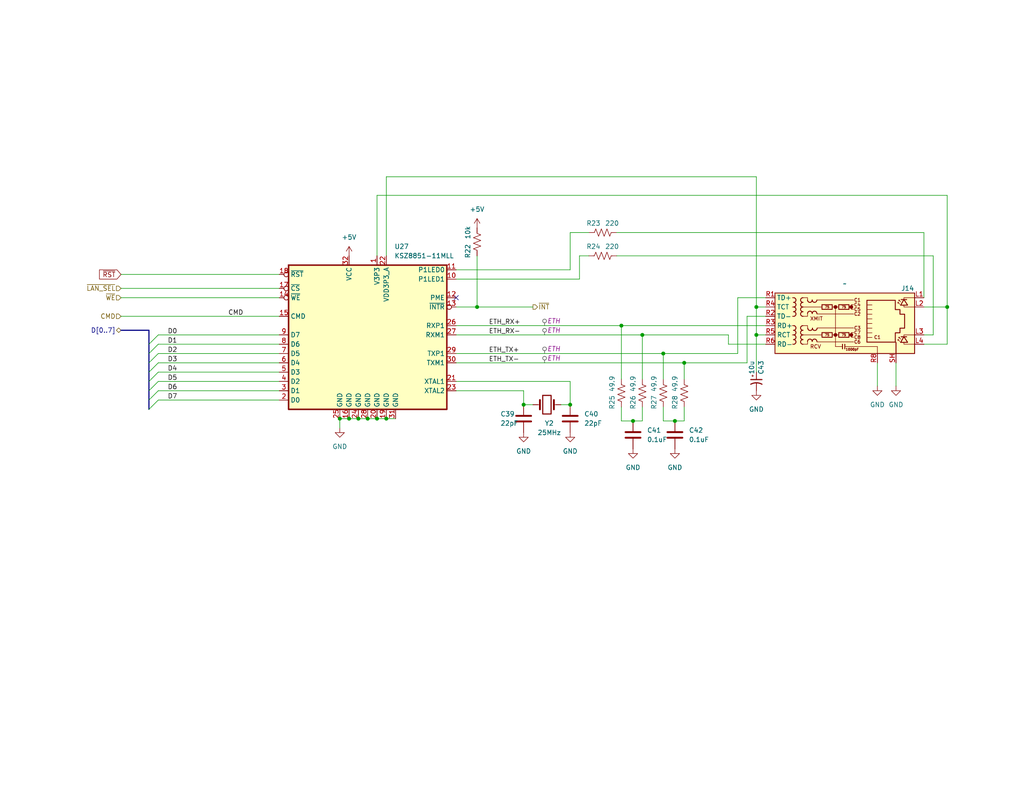
<source format=kicad_sch>
(kicad_sch (version 20231120) (generator "eeschema") (generator_version "8.0")
  (paper "A")
  (title_block (title "Anachron uATX Ethernet Interface") (date "2024-02-07") (company "Modular Circuits"))
  (lib_symbols
    (symbol "Connector:RJ45_Amphenol_RJMG1BD3B8K1ANR"
      (property "Reference" "J" (at 18.415 10.16 0))
      (property "Value" "RJ45_Amphenol_RJMG1BD3B8K1ANR" (at -19.05 10.16 0))
      (symbol "RJ45_Amphenol_RJMG1BD3B8K1ANR_0_0"
        (circle (center -1.27 -2.54) (radius 0.0001) (stroke (width 0.508)))
        (circle (center -1.27 5.08) (radius 0.0001) (stroke (width 0.508)))
        (polyline (pts (xy -1.27 5.08) (xy -1.27 -5.715)))
        (polyline (pts (xy 0.635 -5.08) (xy 0.635 -6.35)) (stroke (width 0.254)))
        (polyline (pts (xy 1.27 -5.08) (xy 1.27 -6.35)) (stroke (width 0.254)))
        (polyline (pts (xy 3.048 -2.54) (xy 2.54 -2.54)))
        (polyline (pts (xy 3.048 5.08) (xy 2.54 5.08)))
        (polyline (pts (xy 17.399 -3.175) (xy 17.399 -2.54) (xy 20.32 -2.54)))
        (polyline (pts (xy 17.399 6.985) (xy 17.399 7.62) (xy 20.32 7.62)))
        (polyline (pts (xy 20.32 -5.08) (xy 17.399 -5.08) (xy 17.399 -4.572)))
        (polyline (pts (xy 20.32 5.08) (xy 17.399 5.08) (xy 17.399 5.588)))
        (polyline (pts (xy 3.683 -1.905) (xy 3.048 -1.905) (xy 3.048 -3.175) (xy 3.683 -3.175)))
        (polyline (pts (xy 3.683 5.715) (xy 3.048 5.715) (xy 3.048 4.445) (xy 3.683 4.445)))
        (circle (center 3.048 -2.54) (radius 0.0001) (stroke (width 0.508)))
        (circle (center 3.048 5.08) (radius 0.0001) (stroke (width 0.508)))
        (text "C1" (at 4.699 6.985 0) (effects (font (size 0.889 0.889))))
        (text "C1" (at 10.16 -3.175 0) (effects (font (size 0.889 0.889))))
        (text "C2" (at 4.699 3.175 0) (effects (font (size 0.889 0.889))))
        (text "C3" (at 4.699 -0.635 0) (effects (font (size 0.889 0.889))))
        (text "C4" (at 4.699 5.715 0) (effects (font (size 0.889 0.889))))
        (text "C5" (at 4.699 4.445 0) (effects (font (size 0.889 0.889))))
        (text "C6" (at 4.699 -4.445 0) (effects (font (size 0.889 0.889))))
        (text "C7" (at 4.699 -1.905 0) (effects (font (size 0.889 0.889))))
        (text "C8" (at 4.699 -3.175 0) (effects (font (size 0.889 0.889))))
        (text "RCV" (at -8.255 -5.715 0) (effects (font (size 1.016 1.016)) (justify left)))
        (text "XMIT" (at -8.255 1.905 0) (effects (font (size 1.016 1.016)) (justify left)))
      )
      (symbol "RJ45_Amphenol_RJMG1BD3B8K1ANR_0_1"
        (rectangle (start -17.78 8.89) (end 20.32 -7.62) (stroke (width 0.254)) (fill (type background)))
        (polyline (pts (xy -12.7 -5.08) (xy -13.081 -5.08)))
        (polyline (pts (xy -12.7 -2.54) (xy -13.081 -2.54)))
        (polyline (pts (xy -12.7 0) (xy -13.081 0)))
        (polyline (pts (xy -12.7 2.54) (xy -13.081 2.54)))
        (polyline (pts (xy -12.7 5.08) (xy -13.081 5.08)))
        (polyline (pts (xy -12.7 7.62) (xy -13.081 7.62)))
        (polyline (pts (xy -6.35 -4.445) (xy 3.683 -4.445)))
        (polyline (pts (xy -6.35 3.175) (xy 3.683 3.175)))
        (polyline (pts (xy -6.35 6.985) (xy 3.683 6.985)))
        (polyline (pts (xy -6.223 -0.635) (xy 3.683 -0.635)))
        (polyline (pts (xy -5.08 -2.54) (xy -10.16 -2.54)))
        (polyline (pts (xy -4.953 5.08) (xy -10.16 5.08)))
        (polyline (pts (xy -2.159 -2.54) (xy -0.381 -2.54)))
        (polyline (pts (xy -2.159 5.08) (xy -0.381 5.08)))
        (polyline (pts (xy 0.635 -5.715) (xy -1.27 -5.715)))
        (polyline (pts (xy 7.4295 -1.9685) (xy 8.6995 -1.9685)))
        (polyline (pts (xy 7.4295 -0.6985) (xy 8.6995 -0.6985)))
        (polyline (pts (xy 7.4295 0.5715) (xy 8.6995 0.5715)))
        (polyline (pts (xy 7.4295 1.8415) (xy 8.6995 1.8415)))
        (polyline (pts (xy 7.4295 3.1115) (xy 8.6995 3.1115)))
        (polyline (pts (xy 8.6995 -3.2385) (xy 7.4295 -3.2385)))
        (polyline (pts (xy 8.6995 4.3815) (xy 7.4295 4.3815)))
        (polyline (pts (xy 8.6995 5.6515) (xy 7.4295 5.6515)))
        (polyline (pts (xy 10.16 -5.715) (xy 1.27 -5.715)))
        (polyline (pts (xy 10.16 -5.715) (xy 10.16 -7.62)))
        (polyline (pts (xy -10.16 0) (xy -8.89 0) (xy -8.89 -0.635)))
        (polyline (pts (xy -10.16 7.62) (xy -8.89 7.62) (xy -8.89 6.985)))
        (polyline (pts (xy -8.89 -4.445) (xy -8.89 -5.08) (xy -10.16 -5.08)))
        (polyline (pts (xy -8.89 3.175) (xy -8.89 2.54) (xy -10.16 2.54)))
      )
      (symbol "RJ45_Amphenol_RJMG1BD3B8K1ANR_1_0"
        (text "1000pF" (at 3.302 -6.477 0) (effects (font (size 0.635 0.635))))
      )
      (symbol "RJ45_Amphenol_RJMG1BD3B8K1ANR_1_1"
        (arc (start -12.7 -1.27) (mid -12.0677 -0.635) (end -12.7 0) (stroke (width 0.254)))
        (arc (start -12.6973 -5.08) (mid -12.065 -4.445) (end -12.6973 -3.81) (stroke (width 0.254)))
        (arc (start -12.6973 -3.81) (mid -12.065 -3.175) (end -12.6973 -2.54) (stroke (width 0.254)))
        (arc (start -12.6973 -2.54) (mid -12.065 -1.905) (end -12.6973 -1.27) (stroke (width 0.254)))
        (arc (start -12.6973 6.35) (mid -12.065 6.985) (end -12.6973 7.62) (stroke (width 0.254)))
        (arc (start -12.6946 2.54) (mid -12.0623 3.175) (end -12.6946 3.81) (stroke (width 0.254)))
        (arc (start -12.6946 3.81) (mid -12.0623 4.445) (end -12.6946 5.08) (stroke (width 0.254)))
        (arc (start -12.6946 5.08) (mid -12.0623 5.715) (end -12.6946 6.35) (stroke (width 0.254)))
        (arc (start -10.1654 -2.54) (mid -10.7977 -3.175) (end -10.1654 -3.81) (stroke (width 0.254)))
        (arc (start -10.1654 -1.27) (mid -10.7977 -1.905) (end -10.1654 -2.54) (stroke (width 0.254)))
        (arc (start -10.1654 0) (mid -10.7977 -0.635) (end -10.1654 -1.27) (stroke (width 0.254)))
        (arc (start -10.1654 5.08) (mid -10.7977 4.445) (end -10.1654 3.81) (stroke (width 0.254)))
        (arc (start -10.1654 6.35) (mid -10.7977 5.715) (end -10.1654 5.08) (stroke (width 0.254)))
        (arc (start -10.1654 7.62) (mid -10.7977 6.985) (end -10.1654 6.35) (stroke (width 0.254)))
        (arc (start -10.1627 -3.81) (mid -10.795 -4.445) (end -10.1627 -5.08) (stroke (width 0.254)))
        (arc (start -10.1627 3.81) (mid -10.795 3.175) (end -10.1627 2.54) (stroke (width 0.254)))
        (arc (start -8.89 6.9823) (mid -8.255 6.35) (end -7.62 6.9823) (stroke (width 0.254)))
        (arc (start -8.8265 -0.7012) (mid -8.1915 -1.3335) (end -7.5565 -0.7012) (stroke (width 0.254)))
        (arc (start -7.62 -4.3153) (mid -8.255 -3.683) (end -8.89 -4.3153) (stroke (width 0.254)))
        (arc (start -7.62 3.3047) (mid -8.255 3.937) (end -8.89 3.3047) (stroke (width 0.254)))
        (arc (start -7.62 6.985) (mid -6.985 6.3527) (end -6.35 6.985) (stroke (width 0.254)))
        (arc (start -7.5565 -0.6985) (mid -6.9215 -1.3308) (end -6.2865 -0.6985) (stroke (width 0.254)))
        (arc (start -6.35 -4.3126) (mid -6.985 -3.6803) (end -7.62 -4.3126) (stroke (width 0.254)))
        (arc (start -6.35 3.3074) (mid -6.985 3.9397) (end -7.62 3.3074) (stroke (width 0.254)))
        (rectangle (start -4.953 -1.905) (end -2.159 -3.175) (stroke (width 0.254)))
        (rectangle (start -4.953 5.715) (end -2.159 4.445) (stroke (width 0.254)))
        (rectangle (start -0.381 -1.905) (end 2.413 -3.175) (stroke (width 0.254)))
        (rectangle (start -0.381 5.715) (end 2.413 4.445) (stroke (width 0.254)))
        (polyline (pts (xy 15.24 -7.62) (xy 15.24 -4.572)) (stroke (width 0.254)))
        (polyline (pts (xy 15.748 -3.81) (xy 15.748 -4.064)))
        (polyline (pts (xy 15.748 6.35) (xy 15.748 6.096)))
        (polyline (pts (xy 16.002 -3.175) (xy 16.002 -3.429)))
        (polyline (pts (xy 16.002 6.985) (xy 16.002 6.731)))
        (polyline (pts (xy 16.637 -3.048) (xy 18.161 -3.048)) (stroke (width 0.254)))
        (polyline (pts (xy 16.637 7.112) (xy 18.161 7.112)) (stroke (width 0.254)))
        (polyline (pts (xy 16.256 -4.318) (xy 15.748 -3.81) (xy 16.002 -3.81)))
        (polyline (pts (xy 16.256 5.842) (xy 15.748 6.35) (xy 16.002 6.35)))
        (polyline (pts (xy 16.51 -3.683) (xy 16.002 -3.175) (xy 16.256 -3.175)))
        (polyline (pts (xy 16.51 6.477) (xy 16.002 6.985) (xy 16.256 6.985)))
        (polyline (pts (xy 16.51 -4.572) (xy 18.415 -4.572) (xy 17.399 -3.048) (xy 16.51 -4.572)) (stroke (width 0.254)))
        (polyline (pts (xy 16.51 5.588) (xy 18.415 5.588) (xy 17.399 7.112) (xy 16.51 5.588)) (stroke (width 0.254)))
        (polyline (pts (xy 7.3025 -4.5085) (xy 7.3025 6.9215) (xy 15.0495 6.9215) (xy 15.0495 4.3815) (xy 16.3195 4.3815) (xy 16.3195 3.1115) (xy 17.5895 3.1115) (xy 17.5895 -0.6985) (xy 16.3195 -0.6985) (xy 16.3195 -1.9685) (xy 15.0495 -1.9685) (xy 15.0495 -4.5085) (xy 7.3025 -4.5085)) (stroke (width 0.254)))
        (text "75" (at -3.556 -2.54 0) (effects (font (size 0.635 0.635))))
        (text "75" (at -3.556 5.08 0) (effects (font (size 0.635 0.635))))
        (text "75" (at 1.016 -2.54 0) (effects (font (size 0.635 0.635))))
        (text "75" (at 1.016 5.08 0) (effects (font (size 0.635 0.635))))
        (pin passive line (at 22.86 7.62 180) (length 2.54) (name "") (number "L1"))
        (pin passive line (at 22.86 5.08 180) (length 2.54) (name "") (number "L2"))
        (pin passive line (at 22.86 -2.54 180) (length 2.54) (name "") (number "L3"))
        (pin passive line (at 22.86 -5.08 180) (length 2.54) (name "") (number "L4"))
        (pin passive line (at -20.32 7.62 0) (length 2.54) (name "TD+") (number "R1"))
        (pin passive line (at -20.32 2.54 0) (length 2.54) (name "TD-") (number "R2"))
        (pin passive line (at -20.32 0 0) (length 2.54) (name "RD+") (number "R3"))
        (pin passive line (at -20.32 5.08 0) (length 2.54) (name "TCT") (number "R4"))
        (pin passive line (at -20.32 -2.54 0) (length 2.54) (name "RCT") (number "R5"))
        (pin passive line (at -20.32 -5.08 0) (length 2.54) (name "RD-") (number "R6"))
        (pin no_connect line (at 20.32 0 0) (length 0) hide (name "NC") (number "R7"))
        (pin power_in line (at 10.16 -10.16 90) (length 2.54) (name "") (number "R8"))
        (pin passive line (at 15.24 -10.16 90) (length 2.54) (name "") (number "SH"))
      )
    )
    (symbol "Device:C" (pin_numbers hide) (pin_names (offset 0.254))
      (property "Reference" "C" (at 0.635 2.54 0))
      (property "Value" "C" (at 0.635 -2.54 0))
      (symbol "C_0_1"
        (polyline (pts (xy -2.032 -0.762) (xy 2.032 -0.762)) (stroke (width 0.508)))
        (polyline (pts (xy -2.032 0.762) (xy 2.032 0.762)) (stroke (width 0.508)))
      )
      (symbol "C_1_1"
        (pin passive line (at 0 3.81 270) (length 2.794) (name "~") (number "1"))
        (pin passive line (at 0 -3.81 90) (length 2.794) (name "~") (number "2"))
      )
    )
    (symbol "Device:C_Polarized_Small_US" (pin_numbers hide) (pin_names (offset 0.254) hide)
      (property "Reference" "C" (at 0.254 1.778 0))
      (property "Value" "C_Polarized_Small_US" (at 0.254 -2.032 0))
      (symbol "C_Polarized_Small_US_0_1"
        (polyline (pts (xy -1.524 0.508) (xy 1.524 0.508)) (stroke (width 0.3048)))
        (polyline (pts (xy -1.27 1.524) (xy -0.762 1.524)))
        (polyline (pts (xy -1.016 1.27) (xy -1.016 1.778)))
        (arc (start 1.524 -0.762) (mid 0 -0.3734) (end -1.524 -0.762) (stroke (width 0.3048)))
      )
      (symbol "C_Polarized_Small_US_1_1"
        (pin passive line (at 0 2.54 270) (length 2.032) (name "~") (number "1"))
        (pin passive line (at 0 -2.54 90) (length 2.032) (name "~") (number "2"))
      )
    )
    (symbol "Device:Crystal" (pin_numbers hide) (pin_names (offset 1.016) hide)
      (property "Reference" "Y" (at 0 3.81 0))
      (property "Value" "Crystal" (at 0 -3.81 0))
      (symbol "Crystal_0_1"
        (rectangle (start -1.143 2.54) (end 1.143 -2.54) (stroke (width 0.3048)))
        (polyline (pts (xy -2.54 0) (xy -1.905 0)))
        (polyline (pts (xy -1.905 -1.27) (xy -1.905 1.27)) (stroke (width 0.508)))
        (polyline (pts (xy 1.905 -1.27) (xy 1.905 1.27)) (stroke (width 0.508)))
        (polyline (pts (xy 2.54 0) (xy 1.905 0)))
      )
      (symbol "Crystal_1_1"
        (pin passive line (at -3.81 0 0) (length 1.27) (name "1") (number "1"))
        (pin passive line (at 3.81 0 180) (length 1.27) (name "2") (number "2"))
      )
    )
    (symbol "Device:R_US" (pin_numbers hide) (pin_names (offset 0))
      (property "Reference" "R" (at 2.54 0 90))
      (property "Value" "R_US" (at -2.54 0 90))
      (symbol "R_US_0_1"
        (polyline (pts (xy 0 -2.286) (xy 0 -2.54)))
        (polyline (pts (xy 0 2.286) (xy 0 2.54)))
        (polyline (pts (xy 0 -0.762) (xy 1.016 -1.143) (xy 0 -1.524) (xy -1.016 -1.905) (xy 0 -2.286)))
        (polyline (pts (xy 0 0.762) (xy 1.016 0.381) (xy 0 0) (xy -1.016 -0.381) (xy 0 -0.762)))
        (polyline (pts (xy 0 2.286) (xy 1.016 1.905) (xy 0 1.524) (xy -1.016 1.143) (xy 0 0.762)))
      )
      (symbol "R_US_1_1"
        (pin passive line (at 0 3.81 270) (length 1.27) (name "~") (number "1"))
        (pin passive line (at 0 -3.81 90) (length 1.27) (name "~") (number "2"))
      )
    )
    (symbol "anachron:A1_LAN"
      (property "Reference" "U" (at 1.27 43.18 0))
      (property "Value" "A1_LAN" (at 3.81 40.64 0))
      (symbol "A1_LAN_0_0"
        (rectangle (start 0 39.37) (end 43.18 0) (stroke (width 0.41)) (fill (type background)))
        (pin power_out line (at 24.13 41.91 270) (length 2.54) (name "V3P3") (number "1"))
        (pin bidirectional line (at 45.72 35.56 180) (length 2.54) (name "P1LED1") (number "10"))
        (pin output line (at 45.72 38.1 180) (length 2.54) (name "P1LED0") (number "11"))
        (pin output line (at 45.72 30.48 180) (length 2.54) (name "PME") (number "12"))
        (pin output inverted (at 45.72 27.94 180) (length 2.54) (name "~{INTR}") (number "13"))
        (pin input inverted (at -2.54 30.48 0) (length 2.54) (name "~{WE}") (number "14"))
        (pin input line (at -2.54 25.4 0) (length 2.54) (name "CMD") (number "15"))
        (pin power_in line (at 16.51 -2.54 90) (length 2.54) (name "GND") (number "16"))
        (pin input inverted (at -2.54 33.02 0) (length 2.54) (name "~{CS}") (number "17"))
        (pin power_in line (at 26.67 -2.54 90) (length 2.54) (name "GND") (number "19"))
        (pin bidirectional line (at -2.54 2.54 0) (length 2.54) (name "D0") (number "2"))
        (pin power_in line (at 24.13 -2.54 90) (length 2.54) (name "GND") (number "20"))
        (pin input line (at 45.72 7.62 180) (length 2.54) (name "XTAL1") (number "21"))
        (pin power_out line (at 26.67 41.91 270) (length 2.54) (name "VDD3P3_A") (number "22"))
        (pin output line (at 45.72 5.08 180) (length 2.54) (name "XTAL2") (number "23"))
        (pin power_in line (at 19.05 -2.54 90) (length 2.54) (name "GND") (number "24"))
        (pin power_in line (at 13.97 -2.54 90) (length 2.54) (name "GND") (number "25"))
        (pin bidirectional line (at 45.72 22.86 180) (length 2.54) (name "RXP1") (number "26"))
        (pin bidirectional line (at 45.72 20.32 180) (length 2.54) (name "RXM1") (number "27"))
        (pin power_in line (at 21.59 -2.54 90) (length 2.54) (name "GND") (number "28"))
        (pin bidirectional line (at 45.72 15.24 180) (length 2.54) (name "TXP1") (number "29"))
        (pin bidirectional line (at -2.54 5.08 0) (length 2.54) (name "D1") (number "3"))
        (pin bidirectional line (at 45.72 12.7 180) (length 2.54) (name "TXM1") (number "30"))
        (pin power_in line (at 29.21 -2.54 90) (length 2.54) (name "GND") (number "31"))
        (pin power_in line (at 16.51 41.91 270) (length 2.54) (name "VCC") (number "32"))
        (pin bidirectional line (at -2.54 7.62 0) (length 2.54) (name "D2") (number "4"))
        (pin bidirectional line (at -2.54 10.16 0) (length 2.54) (name "D3") (number "5"))
        (pin bidirectional line (at -2.54 12.7 0) (length 2.54) (name "D4") (number "6"))
        (pin bidirectional line (at -2.54 15.24 0) (length 2.54) (name "D5") (number "7"))
        (pin bidirectional line (at -2.54 17.78 0) (length 2.54) (name "D6") (number "8"))
        (pin bidirectional line (at -2.54 20.32 0) (length 2.54) (name "D7") (number "9"))
      )
      (symbol "A1_LAN_1_0"
        (pin input inverted (at -2.54 36.83 0) (length 2.54) (name "~{RST}") (number "18"))
      )
    )
    (symbol "power:+5V" (power) (pin_names (offset 0))
      (property "Value" "+5V" (at 0 3.556 0))
      (symbol "+5V_0_1"
        (polyline (pts (xy -0.762 1.27) (xy 0 2.54)))
        (polyline (pts (xy 0 0) (xy 0 2.54)))
        (polyline (pts (xy 0 2.54) (xy 0.762 1.27)))
      )
      (symbol "+5V_1_1"
        (pin power_in line (at 0 0 90) (length 0) hide (name "+5V") (number "1"))
      )
    )
    (symbol "power:GND" (power) (pin_names (offset 0))
      (property "Value" "GND" (at 0 -3.81 0))
      (symbol "GND_0_1"
        (polyline (pts (xy 0 0) (xy 0 -1.27) (xy 1.27 -1.27) (xy 0 -2.54) (xy -1.27 -1.27) (xy 0 -1.27)))
      )
      (symbol "GND_1_1"
        (pin power_in line (at 0 0 270) (length 0) hide (name "GND") (number "1"))
      )
    )
  )
  (junction (at 186.69 99.06))
  (junction (at 92.71 114.3))
  (junction (at 105.41 114.3))
  (junction (at 100.33 114.3))
  (junction (at 175.26 91.44))
  (junction (at 206.375 91.44))
  (junction (at 142.875 110.49))
  (junction (at 130.175 83.82))
  (junction (at 184.15 114.935))
  (junction (at 155.575 110.49))
  (junction (at 206.375 83.82))
  (junction (at 169.545 88.9))
  (junction (at 172.72 114.935))
  (junction (at 97.79 114.3))
  (junction (at 180.975 96.52))
  (junction (at 258.445 83.82))
  (junction (at 95.25 114.3))
  (junction (at 102.87 114.3))
  (no_connect (at 124.46 81.28))
  (bus_entry (at 40.64 104.14) (size 2.54 -2.54))
  (bus_entry (at 40.64 109.22) (size 2.54 -2.54))
  (bus_entry (at 40.64 96.52) (size 2.54 -2.54))
  (bus_entry (at 40.64 101.6) (size 2.54 -2.54))
  (bus_entry (at 40.64 106.68) (size 2.54 -2.54))
  (bus_entry (at 40.64 93.98) (size 2.54 -2.54))
  (bus_entry (at 40.64 99.06) (size 2.54 -2.54))
  (bus_entry (at 40.64 111.76) (size 2.54 -2.54))
  (wire (pts (xy 175.26 91.44) (xy 124.46 91.44)))
  (wire (pts (xy 124.46 76.2) (xy 158.115 76.2)))
  (wire (pts (xy 124.46 104.14) (xy 155.575 104.14)))
  (wire (pts (xy 43.18 104.14) (xy 76.2 104.14)))
  (wire (pts (xy 76.2 86.36) (xy 33.02 86.36)))
  (wire (pts (xy 208.915 86.36) (xy 203.835 86.36)))
  (wire (pts (xy 252.095 83.82) (xy 258.445 83.82)))
  (wire (pts (xy 186.69 99.06) (xy 186.69 103.505)))
  (wire (pts (xy 254.635 91.44) (xy 254.635 69.85)))
  (bus (pts (xy 40.64 109.22) (xy 40.64 111.76)))
  (wire (pts (xy 201.295 81.28) (xy 208.915 81.28)))
  (wire (pts (xy 175.26 91.44) (xy 175.26 103.505)))
  (wire (pts (xy 102.87 53.34) (xy 258.445 53.34)))
  (bus (pts (xy 40.64 90.17) (xy 40.64 93.98)))
  (bus (pts (xy 40.64 106.68) (xy 40.64 109.22)))
  (wire (pts (xy 105.41 69.85) (xy 105.41 48.26)))
  (wire (pts (xy 169.545 114.935) (xy 169.545 111.125)))
  (wire (pts (xy 186.69 99.06) (xy 124.46 99.06)))
  (wire (pts (xy 158.115 69.85) (xy 160.655 69.85)))
  (wire (pts (xy 258.445 53.34) (xy 258.445 83.82)))
  (bus (pts (xy 33.02 90.17) (xy 40.64 90.17)))
  (bus (pts (xy 40.64 99.06) (xy 40.64 101.6)))
  (wire (pts (xy 105.41 48.26) (xy 206.375 48.26)))
  (wire (pts (xy 142.875 106.68) (xy 142.875 110.49)))
  (wire (pts (xy 169.545 88.9) (xy 208.915 88.9)))
  (wire (pts (xy 33.02 81.28) (xy 76.2 81.28)))
  (wire (pts (xy 33.02 74.93) (xy 76.2 74.93)))
  (wire (pts (xy 43.18 99.06) (xy 76.2 99.06)))
  (wire (pts (xy 180.975 111.125) (xy 180.975 114.935)))
  (bus (pts (xy 40.64 93.98) (xy 40.64 96.52)))
  (wire (pts (xy 158.115 76.2) (xy 158.115 69.85)))
  (wire (pts (xy 252.095 91.44) (xy 254.635 91.44)))
  (wire (pts (xy 124.46 88.9) (xy 169.545 88.9)))
  (wire (pts (xy 180.975 114.935) (xy 184.15 114.935)))
  (wire (pts (xy 206.375 83.82) (xy 206.375 91.44)))
  (wire (pts (xy 43.18 93.98) (xy 76.2 93.98)))
  (wire (pts (xy 206.375 48.26) (xy 206.375 83.82)))
  (wire (pts (xy 186.69 111.125) (xy 186.69 114.935)))
  (wire (pts (xy 180.975 96.52) (xy 201.295 96.52)))
  (wire (pts (xy 254.635 69.85) (xy 168.275 69.85)))
  (wire (pts (xy 155.575 63.5) (xy 160.655 63.5)))
  (bus (pts (xy 40.64 104.14) (xy 40.64 106.68)))
  (wire (pts (xy 130.175 83.82) (xy 145.415 83.82)))
  (wire (pts (xy 206.375 91.44) (xy 208.915 91.44)))
  (wire (pts (xy 168.275 63.5) (xy 252.095 63.5)))
  (wire (pts (xy 43.18 96.52) (xy 76.2 96.52)))
  (wire (pts (xy 244.475 99.06) (xy 244.475 105.41)))
  (wire (pts (xy 43.18 91.44) (xy 76.2 91.44)))
  (wire (pts (xy 102.87 114.3) (xy 105.41 114.3)))
  (wire (pts (xy 172.72 114.935) (xy 169.545 114.935)))
  (wire (pts (xy 258.445 83.82) (xy 258.445 93.98)))
  (wire (pts (xy 155.575 73.66) (xy 155.575 63.5)))
  (wire (pts (xy 142.875 110.49) (xy 145.415 110.49)))
  (wire (pts (xy 124.46 73.66) (xy 155.575 73.66)))
  (wire (pts (xy 124.46 106.68) (xy 142.875 106.68)))
  (wire (pts (xy 43.18 106.68) (xy 76.2 106.68)))
  (wire (pts (xy 198.755 93.98) (xy 198.755 91.44)))
  (wire (pts (xy 43.18 101.6) (xy 76.2 101.6)))
  (wire (pts (xy 203.835 99.06) (xy 186.69 99.06)))
  (wire (pts (xy 201.295 96.52) (xy 201.295 81.28)))
  (wire (pts (xy 105.41 114.3) (xy 107.95 114.3)))
  (bus (pts (xy 40.64 96.52) (xy 40.64 99.06)))
  (wire (pts (xy 169.545 88.9) (xy 169.545 103.505)))
  (wire (pts (xy 239.395 99.06) (xy 239.395 105.41)))
  (wire (pts (xy 208.915 93.98) (xy 198.755 93.98)))
  (wire (pts (xy 124.46 83.82) (xy 130.175 83.82)))
  (wire (pts (xy 175.26 111.125) (xy 175.26 114.935)))
  (wire (pts (xy 130.175 69.85) (xy 130.175 83.82)))
  (wire (pts (xy 33.02 78.74) (xy 76.2 78.74)))
  (bus (pts (xy 40.64 101.6) (xy 40.64 104.14)))
  (wire (pts (xy 43.18 109.22) (xy 76.2 109.22)))
  (wire (pts (xy 206.375 101.6) (xy 206.375 91.44)))
  (wire (pts (xy 124.46 96.52) (xy 180.975 96.52)))
  (wire (pts (xy 175.26 114.935) (xy 172.72 114.935)))
  (wire (pts (xy 97.79 114.3) (xy 100.33 114.3)))
  (wire (pts (xy 203.835 86.36) (xy 203.835 99.06)))
  (wire (pts (xy 198.755 91.44) (xy 175.26 91.44)))
  (wire (pts (xy 206.375 83.82) (xy 208.915 83.82)))
  (wire (pts (xy 153.035 110.49) (xy 155.575 110.49)))
  (wire (pts (xy 155.575 104.14) (xy 155.575 110.49)))
  (wire (pts (xy 95.25 114.3) (xy 97.79 114.3)))
  (wire (pts (xy 92.71 116.84) (xy 92.71 114.3)))
  (wire (pts (xy 180.975 96.52) (xy 180.975 103.505)))
  (wire (pts (xy 102.87 69.85) (xy 102.87 53.34)))
  (wire (pts (xy 252.095 93.98) (xy 258.445 93.98)))
  (wire (pts (xy 92.71 114.3) (xy 95.25 114.3)))
  (wire (pts (xy 252.095 63.5) (xy 252.095 81.28)))
  (wire (pts (xy 100.33 114.3) (xy 102.87 114.3)))
  (wire (pts (xy 186.69 114.935) (xy 184.15 114.935)))
  (label "D7" (at 45.72 109.22 0))
  (label "D1" (at 45.72 93.98 0))
  (label "ETH_TX-" (at 133.35 99.06 0))
  (label "ETH_RX+" (at 133.35 88.9 0))
  (label "CMD" (at 62.23 86.36 0))
  (label "ETH_RX-" (at 133.35 91.44 0))
  (label "D0" (at 45.72 91.44 0))
  (label "D2" (at 45.72 96.52 0))
  (label "D6" (at 45.72 106.68 0))
  (label "D3" (at 45.72 99.06 0))
  (label "D5" (at 45.72 104.14 0))
  (label "D4" (at 45.72 101.6 0))
  (label "ETH_TX+" (at 133.35 96.52 0))
  (global_label "~{RST}" (shape input) (at 33.02 74.93 180) (property "Intersheetrefs" "${INTERSHEET_REFS}" (effects (hide yes))))
  (hierarchical_label "~{WE}" (shape input) (at 33.02 81.28 180))
  (hierarchical_label "CMD" (shape input) (at 33.02 86.36 180))
  (hierarchical_label "D[0..7]" (shape bidirectional) (at 33.02 90.17 180))
  (hierarchical_label "~{INT}" (shape output) (at 145.415 83.82 0))
  (hierarchical_label "~{LAN_SEL}" (shape input) (at 33.02 78.74 180))
  (netclass_flag "" (length 1.27) (shape round) (at 148.59 88.9 0) (property "Netclass" "ETH" (at 149.2885 87.63 0) (effects (font (italic yes)) (justify left))))
  (netclass_flag "" (length 1.27) (shape round) (at 148.59 91.44 0) (property "Netclass" "ETH" (at 149.2885 90.17 0) (effects (font (italic yes)) (justify left))))
  (netclass_flag "" (length 1.27) (shape round) (at 148.59 99.06 0) (property "Netclass" "ETH" (at 149.2885 97.79 0) (effects (font (italic yes)) (justify left))))
  (netclass_flag "" (length 1.27) (shape round) (at 148.59 96.52 0) (property "Netclass" "ETH" (at 149.2885 95.25 0) (effects (font (italic yes)) (justify left))))
  (symbol (lib_id "Device:R_US") (at 169.545 107.315 180) (unit 1)
    (property "Reference" "R25" (at 167.005 109.855 90))
    (property "Value" "49.9" (at 167.005 104.775 90))
    (property "Footprint" "Resistor_THT:R_Axial_DIN0204_L3.6mm_D1.6mm_P5.08mm_Horizontal" (effects (hide yes)))
  )
  (symbol (lib_id "Device:R_US") (at 180.975 107.315 180) (unit 1)
    (property "Reference" "R27" (at 178.435 109.855 90))
    (property "Value" "49.9" (at 178.435 104.775 90))
    (property "Footprint" "Resistor_THT:R_Axial_DIN0204_L3.6mm_D1.6mm_P5.08mm_Horizontal" (effects (hide yes)))
  )
  (symbol (lib_id "power:GND") (at 206.375 106.68 0) (unit 1)
    (property "Reference" "#PWR0190" (effects (hide yes)))
    (property "Value" "GND" (at 206.375 111.76 0))
  )
  (symbol (lib_id "power:GND") (at 184.15 122.555 0) (unit 1)
    (property "Reference" "#PWR0189" (effects (hide yes)))
    (property "Value" "GND" (at 184.15 127.635 0))
  )
  (symbol (lib_id "Device:C_Polarized_Small_US") (at 206.375 104.14 0) (unit 1)
    (property "Reference" "C43" (at 207.645 100.33 90))
    (property "Value" "10u" (at 205.105 100.33 90))
    (property "Footprint" "Capacitor_THT:CP_Radial_D4.0mm_P2.00mm" (effects (hide yes)))
  )
  (symbol (lib_id "Device:C") (at 155.575 114.3 0) (unit 1)
    (property "Reference" "C40" (at 159.385 113.03 0) (effects (justify left)))
    (property "Value" "22pF" (at 159.385 115.57 0) (effects (justify left)))
    (property "Footprint" "Capacitor_THT:C_Disc_D3.4mm_W2.1mm_P2.50mm" (effects (hide yes)))
  )
  (symbol (lib_id "Device:R_US") (at 186.69 107.315 180) (unit 1)
    (property "Reference" "R28" (at 184.15 109.855 90))
    (property "Value" "49.9" (at 184.15 104.775 90))
    (property "Footprint" "Resistor_THT:R_Axial_DIN0204_L3.6mm_D1.6mm_P5.08mm_Horizontal" (effects (hide yes)))
  )
  (symbol (lib_id "Device:Crystal") (at 149.225 110.49 0) (unit 1)
    (property "Reference" "Y2" (at 149.86 115.57 0))
    (property "Value" "25MHz" (at 149.86 118.11 0))
    (property "Footprint" "Crystal:Crystal_HC49-U_Vertical" (effects (hide yes)))
  )
  (symbol (lib_id "Device:R_US") (at 164.465 69.85 90) (unit 1)
    (property "Reference" "R24" (at 161.925 67.31 90))
    (property "Value" "220" (at 167.005 67.31 90))
    (property "Footprint" "Resistor_THT:R_Axial_DIN0204_L3.6mm_D1.6mm_P5.08mm_Horizontal" (effects (hide yes)))
  )
  (symbol (lib_id "Device:R_US") (at 164.465 63.5 90) (unit 1)
    (property "Reference" "R23" (at 161.925 60.96 90))
    (property "Value" "220" (at 167.005 60.96 90))
    (property "Footprint" "Resistor_THT:R_Axial_DIN0204_L3.6mm_D1.6mm_P5.08mm_Horizontal" (effects (hide yes)))
  )
  (symbol (lib_id "Device:C") (at 172.72 118.745 0) (unit 1)
    (property "Reference" "C41" (at 176.53 117.475 0) (effects (justify left)))
    (property "Value" "0.1uF" (at 176.53 120.015 0) (effects (justify left)))
    (property "Footprint" "Capacitor_THT:C_Disc_D3.4mm_W2.1mm_P2.50mm" (effects (hide yes)))
    (property "mpf#" "1C25Z5U104M050B" (effects (hide yes)))
  )
  (symbol (lib_id "power:GND") (at 92.71 116.84 0) (unit 1)
    (property "Reference" "#PWR0183" (effects (hide yes)))
    (property "Value" "GND" (at 92.71 121.92 0))
  )
  (symbol (lib_id "Device:C") (at 184.15 118.745 0) (unit 1)
    (property "Reference" "C42" (at 187.96 117.475 0) (effects (justify left)))
    (property "Value" "0.1uF" (at 187.96 120.015 0) (effects (justify left)))
    (property "Footprint" "Capacitor_THT:C_Disc_D3.4mm_W2.1mm_P2.50mm" (effects (hide yes)))
    (property "mpf#" "1C25Z5U104M050B" (effects (hide yes)))
  )
  (symbol (lib_id "power:GND") (at 155.575 118.11 0) (unit 1)
    (property "Reference" "#PWR0187" (effects (hide yes)))
    (property "Value" "GND" (at 155.575 123.19 0))
  )
  (symbol (lib_id "Device:C") (at 142.875 114.3 0) (unit 1)
    (property "Reference" "C39" (at 136.525 113.03 0) (effects (justify left)))
    (property "Value" "22pF" (at 136.525 115.57 0) (effects (justify left)))
    (property "Footprint" "Capacitor_THT:C_Disc_D3.4mm_W2.1mm_P2.50mm" (effects (hide yes)))
  )
  (symbol (lib_id "power:GND") (at 239.395 105.41 0) (unit 1)
    (property "Reference" "#PWR0191" (effects (hide yes)))
    (property "Value" "GND" (at 239.395 110.49 0))
  )
  (symbol (lib_id "Device:R_US") (at 130.175 66.04 180) (unit 1)
    (property "Reference" "R22" (at 127.635 68.58 90))
    (property "Value" "10k" (at 127.635 63.5 90))
    (property "Footprint" "Resistor_THT:R_Axial_DIN0204_L3.6mm_D1.6mm_P5.08mm_Horizontal" (effects (hide yes)))
  )
  (symbol (lib_id "power:GND") (at 172.72 122.555 0) (unit 1)
    (property "Reference" "#PWR0188" (effects (hide yes)))
    (property "Value" "GND" (at 172.72 127.635 0))
  )
  (symbol (lib_id "Device:R_US") (at 175.26 107.315 180) (unit 1)
    (property "Reference" "R26" (at 172.72 109.855 90))
    (property "Value" "49.9" (at 172.72 104.775 90))
    (property "Footprint" "Resistor_THT:R_Axial_DIN0204_L3.6mm_D1.6mm_P5.08mm_Horizontal" (effects (hide yes)))
  )
  (symbol (lib_id "power:GND") (at 142.875 118.11 0) (unit 1)
    (property "Reference" "#PWR0186" (effects (hide yes)))
    (property "Value" "GND" (at 142.875 123.19 0))
  )
  (symbol (lib_id "power:+5V") (at 95.25 69.85 0) (unit 1)
    (property "Reference" "#PWR0184" (effects (hide yes)))
    (property "Value" "+5V" (at 95.25 64.77 0))
  )
  (symbol (lib_id "power:+5V") (at 130.175 62.23 0) (unit 1)
    (property "Reference" "#PWR0185" (effects (hide yes)))
    (property "Value" "+5V" (at 130.175 57.15 0))
  )
  (symbol (lib_id "power:GND") (at 244.475 105.41 0) (unit 1)
    (property "Reference" "#PWR0192" (effects (hide yes)))
    (property "Value" "GND" (at 244.475 110.49 0))
  )
  (symbol (lib_id "Connector:RJ45_Amphenol_RJMG1BD3B8K1ANR") (at 229.235 88.9 0) (unit 1)
    (property "Reference" "J14" (at 247.65 78.74 0))
    (property "Value" "~" (at 230.505 77.47 0))
    (property "Footprint" "anachron:ARJM11D7-009-AB-EW2" (effects (hide yes)))
    (property "Datasheet" "https://abracon.com/Magnetics/ARJM11.pdf" (effects (hide yes)))
    (property "mpf#" "ARJM11D7-009-AB-EW2" (effects (hide yes)))
  )
  (symbol (lib_id "anachron:A1_LAN") (at 78.74 111.76 0) (unit 1)
    (property "Reference" "U27" (at 107.6041 67.31 0) (effects (justify left)))
    (property "Value" "KSZ8851-11MLL" (at 107.6041 69.85 0) (effects (justify left)))
    (property "Footprint" "Package_DIP:DIP-32_W15.24mm_LongPads" (effects (hide yes)))
    (property "Datasheet" "https://ww1.microchip.com/downloads/aemDocuments/documents/OTH/ProductDocuments/DataSheets/KSZ8851-16MLL-Single-Port-Ethernet-MAC-Controller-with-8-Bit-or-16-Bit-Non-PCI-Interface-DS00002357B.pdf" (effects (hide yes)))
  )
)
</source>
